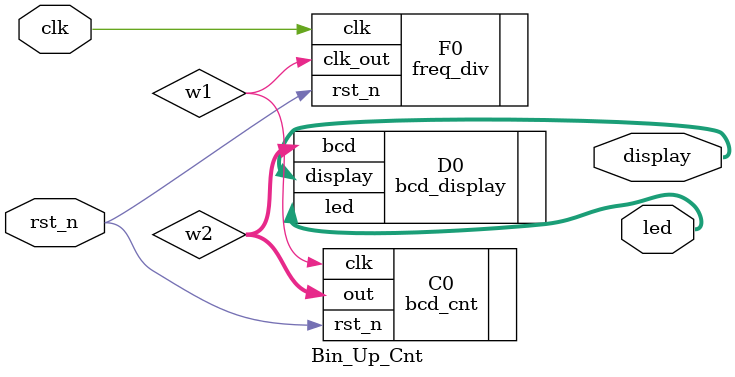
<source format=v>
`timescale 1ns / 1ps
module Bin_Up_Cnt(
	display,
	led,
	clk,
	rst_n
    );

output [14:0] display;
output [3:0] led;
input clk, rst_n; 
wire w1;
wire [3:0] w2;
	 
freq_div F0(.clk_out(w1),.clk(clk),.rst_n(rst_n));
bcd_cnt C0(.out(w2),.clk(w1),.rst_n(rst_n));
bcd_display D0(.display(display),.led(led),.bcd(w2));

endmodule

</source>
